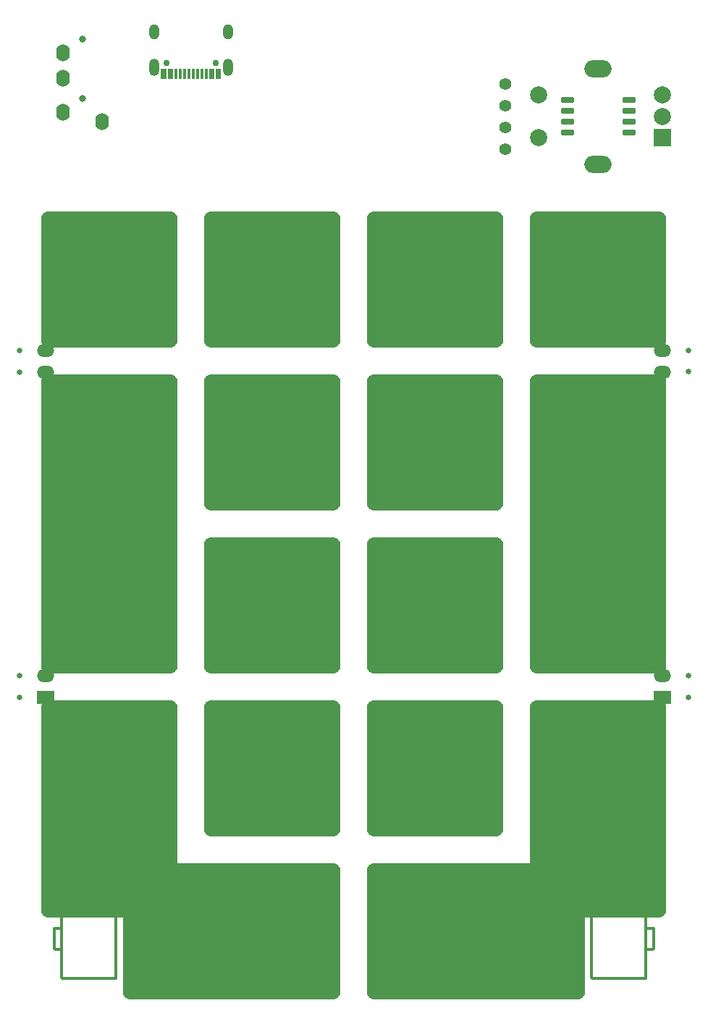
<source format=gbr>
%TF.GenerationSoftware,KiCad,Pcbnew,(6.0.7)*%
%TF.CreationDate,2022-10-13T01:22:27-05:00*%
%TF.ProjectId,Container65PLATE,436f6e74-6169-46e6-9572-3635504c4154,rev?*%
%TF.SameCoordinates,Original*%
%TF.FileFunction,Soldermask,Bot*%
%TF.FilePolarity,Negative*%
%FSLAX46Y46*%
G04 Gerber Fmt 4.6, Leading zero omitted, Abs format (unit mm)*
G04 Created by KiCad (PCBNEW (6.0.7)) date 2022-10-13 01:22:27*
%MOMM*%
%LPD*%
G01*
G04 APERTURE LIST*
G04 Aperture macros list*
%AMRoundRect*
0 Rectangle with rounded corners*
0 $1 Rounding radius*
0 $2 $3 $4 $5 $6 $7 $8 $9 X,Y pos of 4 corners*
0 Add a 4 corners polygon primitive as box body*
4,1,4,$2,$3,$4,$5,$6,$7,$8,$9,$2,$3,0*
0 Add four circle primitives for the rounded corners*
1,1,$1+$1,$2,$3*
1,1,$1+$1,$4,$5*
1,1,$1+$1,$6,$7*
1,1,$1+$1,$8,$9*
0 Add four rect primitives between the rounded corners*
20,1,$1+$1,$2,$3,$4,$5,0*
20,1,$1+$1,$4,$5,$6,$7,0*
20,1,$1+$1,$6,$7,$8,$9,0*
20,1,$1+$1,$8,$9,$2,$3,0*%
G04 Aperture macros list end*
%ADD10O,0.304800X6.654800*%
%ADD11O,1.473200X0.304800*%
%ADD12O,12.293600X0.304800*%
%ADD13O,0.304800X1.168400*%
%ADD14O,0.304800X3.048000*%
%ADD15O,2.794000X0.304800*%
%ADD16O,0.304800X12.293600*%
%ADD17O,6.654800X0.304800*%
%ADD18O,1.168400X0.304800*%
%ADD19O,3.048000X0.304800*%
%ADD20O,0.304800X1.473200*%
%ADD21O,0.304800X2.794000*%
%ADD22RoundRect,1.008000X-6.992000X6.992000X-6.992000X-6.992000X6.992000X-6.992000X6.992000X6.992000X0*%
%ADD23RoundRect,1.008000X6.992000X6.992000X-6.992000X6.992000X-6.992000X-6.992000X6.992000X-6.992000X0*%
%ADD24RoundRect,1.008000X6.992000X-6.992000X6.992000X6.992000X-6.992000X6.992000X-6.992000X-6.992000X0*%
%ADD25RoundRect,1.008000X-6.992000X-6.992000X6.992000X-6.992000X6.992000X6.992000X-6.992000X6.992000X0*%
%ADD26O,3.200000X2.000000*%
%ADD27R,2.000000X2.000000*%
%ADD28C,2.000000*%
%ADD29C,1.397000*%
%ADD30O,0.650000X0.650000*%
%ADD31R,2.000000X1.500000*%
%ADD32O,2.000000X1.500000*%
%ADD33C,0.800000*%
%ADD34O,1.600000X2.000000*%
%ADD35RoundRect,0.150000X-0.650000X-0.150000X0.650000X-0.150000X0.650000X0.150000X-0.650000X0.150000X0*%
%ADD36C,0.750013*%
%ADD37O,1.200000X1.800000*%
%ADD38O,1.200000X2.000000*%
%ADD39R,0.300000X1.300000*%
G04 APERTURE END LIST*
D10*
%TO.C,X1*%
X43675300Y-88931750D03*
D11*
X56324500Y-66427350D03*
D10*
X55664100Y-65055750D03*
D12*
X49669700Y-85756750D03*
X49669700Y-92106750D03*
D13*
X49568100Y-61448950D03*
D11*
X56324500Y-63684150D03*
X56324500Y-87560150D03*
D12*
X49669700Y-61880750D03*
D14*
X56984900Y-65055750D03*
X56984900Y-88931750D03*
D13*
X49568100Y-92538550D03*
D15*
X48323500Y-92970350D03*
X48323500Y-61017150D03*
D10*
X43675300Y-65055750D03*
X55664100Y-88931750D03*
D11*
X56324500Y-90303350D03*
D12*
X49669700Y-68230750D03*
D13*
X47078900Y-61448950D03*
X47078900Y-92538550D03*
%TD*%
D10*
%TO.C,X2*%
X111899700Y-88931750D03*
D12*
X105905300Y-68230750D03*
D10*
X111899700Y-65055750D03*
D11*
X99250500Y-66427350D03*
D12*
X105905300Y-85756750D03*
D10*
X99910900Y-65055750D03*
D14*
X98590100Y-88931750D03*
D13*
X106006900Y-61448950D03*
D11*
X99250500Y-87560150D03*
D10*
X99910900Y-88931750D03*
D13*
X108496100Y-92538550D03*
D11*
X99250500Y-63684150D03*
X99250500Y-90303350D03*
D12*
X105905300Y-61880750D03*
D13*
X106006900Y-92538550D03*
D15*
X107251500Y-61017150D03*
D14*
X98590100Y-65055750D03*
D12*
X105905300Y-92106750D03*
D13*
X108496100Y-61448950D03*
D15*
X107251500Y-92970350D03*
%TD*%
D16*
%TO.C,X4*%
X105600500Y-124161550D03*
D17*
X84899500Y-130155950D03*
D18*
X112382300Y-124263150D03*
X112382300Y-126752350D03*
D16*
X81724500Y-124161550D03*
D19*
X84899500Y-116846350D03*
D20*
X83527900Y-117506750D03*
D19*
X108775500Y-116846350D03*
D17*
X108775500Y-118167150D03*
X108775500Y-130155950D03*
D20*
X110147100Y-117506750D03*
D16*
X88074500Y-124161550D03*
X111950500Y-124161550D03*
D18*
X81292700Y-126752350D03*
X81292700Y-124263150D03*
D17*
X84899500Y-118167150D03*
D20*
X107403900Y-117506750D03*
D21*
X80860900Y-125507750D03*
D20*
X86271100Y-117506750D03*
D21*
X112814100Y-125507750D03*
%TD*%
D20*
%TO.C,X3*%
X69303900Y-117506750D03*
X72047100Y-117506750D03*
D18*
X74282300Y-124263150D03*
D19*
X70675500Y-116846350D03*
D18*
X43192700Y-124263150D03*
D21*
X74714100Y-125507750D03*
D19*
X46799500Y-116846350D03*
D17*
X70675500Y-118167150D03*
D21*
X42760900Y-125507750D03*
D18*
X74282300Y-126752350D03*
D17*
X46799500Y-130155950D03*
D20*
X48171100Y-117506750D03*
D16*
X49974500Y-124161550D03*
D20*
X45427900Y-117506750D03*
D17*
X46799500Y-118167150D03*
X70675500Y-130155950D03*
D16*
X43624500Y-124161550D03*
D18*
X43192700Y-126752350D03*
D16*
X73850500Y-124161550D03*
X67500500Y-124161550D03*
%TD*%
D22*
%TO.C,MX5*%
X49212500Y-67468750D03*
%TD*%
D23*
%TO.C,MX15*%
X87312500Y-105568750D03*
%TD*%
D22*
%TO.C,MX9*%
X49212500Y-86518750D03*
%TD*%
D24*
%TO.C,MX-E-1*%
X49212500Y-76993750D03*
%TD*%
D23*
%TO.C,MX3*%
X87312500Y-48418750D03*
%TD*%
%TO.C,MX6*%
X68262500Y-67468750D03*
%TD*%
D25*
%TO.C,MX-E-4*%
X96837500Y-124618750D03*
%TD*%
D24*
%TO.C,MX-E-2*%
X106362500Y-76993750D03*
%TD*%
D23*
%TO.C,MX14*%
X68262500Y-105568750D03*
%TD*%
%TO.C,MX11*%
X87312500Y-86518750D03*
%TD*%
D25*
%TO.C,MX17*%
X58737500Y-124618750D03*
%TD*%
D22*
%TO.C,MX16*%
X106362500Y-105568750D03*
%TD*%
%TO.C,MX12*%
X106362500Y-86518750D03*
%TD*%
D23*
%TO.C,MX18*%
X68262500Y-124618750D03*
%TD*%
%TO.C,MX10*%
X68262500Y-86518750D03*
%TD*%
D24*
%TO.C,MX20*%
X106362500Y-115093750D03*
%TD*%
D22*
%TO.C,MX8*%
X106362500Y-67468750D03*
%TD*%
D23*
%TO.C,MX7*%
X87312500Y-67468750D03*
%TD*%
%TO.C,MX19*%
X87312500Y-124618750D03*
%TD*%
%TO.C,MX4*%
X106362500Y-48418750D03*
%TD*%
%TO.C,MX1*%
X49212500Y-48418750D03*
%TD*%
D24*
%TO.C,MX-E-3*%
X49212500Y-115093750D03*
%TD*%
D22*
%TO.C,MX13*%
X49212500Y-105568750D03*
%TD*%
D23*
%TO.C,MX2*%
X68262500Y-48418750D03*
%TD*%
D26*
%TO.C,SW1*%
X106362500Y-34968750D03*
X106362500Y-23768750D03*
D27*
X113862500Y-31868750D03*
D28*
X113862500Y-26868750D03*
X113862500Y-29368750D03*
X99362500Y-26868750D03*
X99362500Y-31868750D03*
%TD*%
D29*
%TO.C,OL1*%
X95517500Y-33178750D03*
X95517500Y-30638750D03*
X95517500Y-28098750D03*
X95517500Y-25558750D03*
%TD*%
D30*
%TO.C,J3*%
X38687500Y-97283750D03*
X38687500Y-94783750D03*
D31*
X41687500Y-97283750D03*
D32*
X41687500Y-94743750D03*
%TD*%
D30*
%TO.C,J6*%
X116887500Y-59212500D03*
X116887500Y-56712500D03*
D32*
X113887500Y-59252500D03*
X113887500Y-56712500D03*
%TD*%
D30*
%TO.C,J4*%
X38687500Y-56752500D03*
X38687500Y-59252500D03*
D32*
X41687500Y-59252500D03*
X41687500Y-56712500D03*
%TD*%
D33*
%TO.C,U7*%
X46037500Y-27300000D03*
X46037500Y-20300000D03*
D34*
X48337500Y-30000000D03*
X43737500Y-28900000D03*
X43737500Y-24900000D03*
X43737500Y-21900000D03*
%TD*%
D30*
%TO.C,J5*%
X116887500Y-94753750D03*
X116887500Y-97253750D03*
D31*
X113887500Y-97293750D03*
D32*
X113887500Y-94753750D03*
%TD*%
D35*
%TO.C,U4*%
X102762500Y-31273750D03*
X102762500Y-30003750D03*
X102762500Y-28733750D03*
X102762500Y-27463750D03*
X109962500Y-27463750D03*
X109962500Y-28733750D03*
X109962500Y-30003750D03*
X109962500Y-31273750D03*
%TD*%
D36*
%TO.C,U2*%
X55836560Y-23153134D03*
X61636408Y-23153134D03*
D37*
X54411363Y-19453362D03*
D38*
X63061605Y-23653261D03*
X54411363Y-23653261D03*
D37*
X63061605Y-19453362D03*
D39*
X55386471Y-24421587D03*
X56186573Y-24421587D03*
X57486547Y-24421587D03*
X58486547Y-24421587D03*
X58986420Y-24421587D03*
X59986166Y-24421587D03*
X61286649Y-24421587D03*
X62086497Y-24421587D03*
X61786522Y-24421587D03*
X60986420Y-24421587D03*
X60486547Y-24421587D03*
X59486547Y-24421587D03*
X57986420Y-24421587D03*
X56986420Y-24421587D03*
X56486547Y-24421587D03*
X55686446Y-24421587D03*
%TD*%
M02*

</source>
